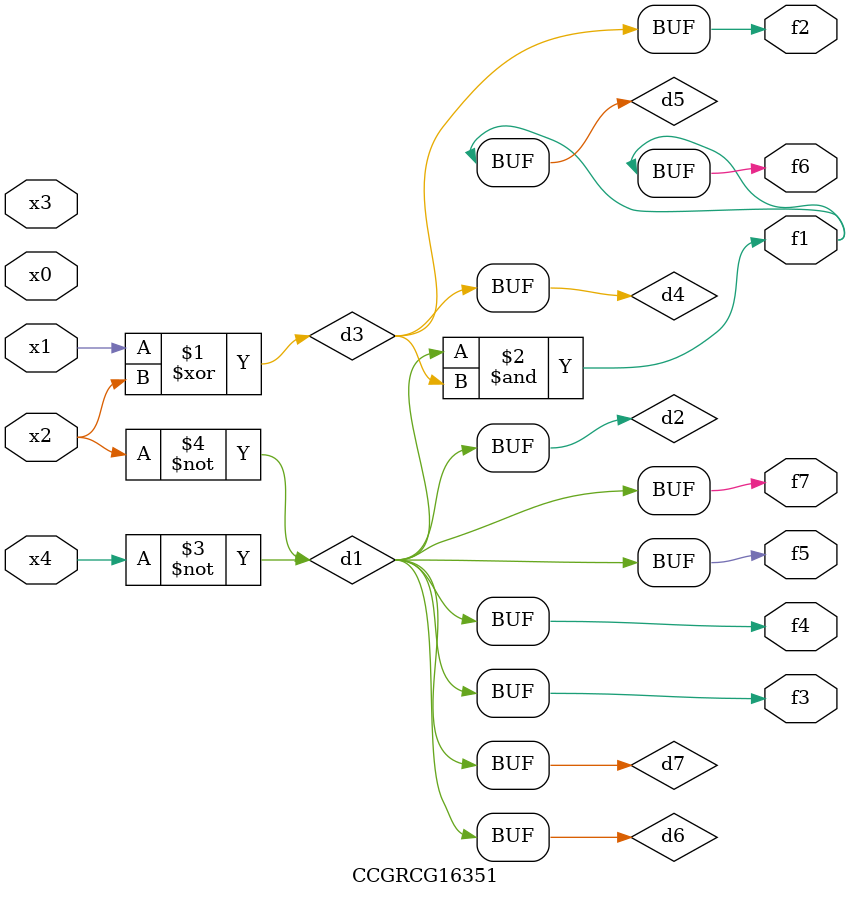
<source format=v>
module CCGRCG16351(
	input x0, x1, x2, x3, x4,
	output f1, f2, f3, f4, f5, f6, f7
);

	wire d1, d2, d3, d4, d5, d6, d7;

	not (d1, x4);
	not (d2, x2);
	xor (d3, x1, x2);
	buf (d4, d3);
	and (d5, d1, d3);
	buf (d6, d1, d2);
	buf (d7, d2);
	assign f1 = d5;
	assign f2 = d4;
	assign f3 = d7;
	assign f4 = d7;
	assign f5 = d7;
	assign f6 = d5;
	assign f7 = d7;
endmodule

</source>
